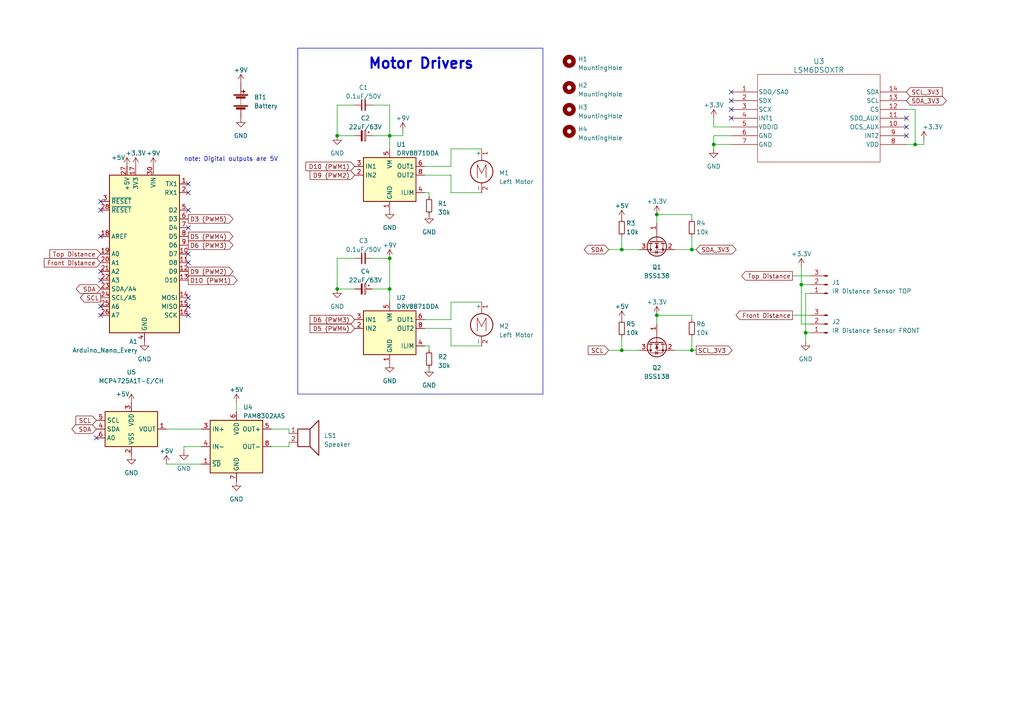
<source format=kicad_sch>
(kicad_sch (version 20230121) (generator eeschema)
  (paper "A4")
  (lib_symbols
    (symbol "2023-05-29_21-13-04:LSM6DSOXTR" (pin_names (offset 0.254))
      (property "Reference" "U" (at 25.4 10.16 0))
      (property "Value" "LSM6DSOXTR" (at 25.4 7.62 0))
      (symbol "LSM6DSOXTR_0_1"
        (polyline (pts (xy 7.62 -20.32) (xy 43.18 -20.32)) (stroke (width 0.127)))
        (polyline (pts (xy 7.62 5.08) (xy 7.62 -20.32)) (stroke (width 0.127)))
        (polyline (pts (xy 43.18 -20.32) (xy 43.18 5.08)) (stroke (width 0.127)))
        (polyline (pts (xy 43.18 5.08) (xy 7.62 5.08)) (stroke (width 0.127)))
        (pin output line (at 0 0 0) (length 7.62) (name "SDO/SA0") (number "1"))
        (pin unspecified line (at 50.8 -10.16 180) (length 7.62) (name "OCS_AUX") (number "10"))
        (pin unspecified line (at 50.8 -7.62 180) (length 7.62) (name "SDO_AUX") (number "11"))
        (pin unspecified line (at 50.8 -5.08 180) (length 7.62) (name "CS") (number "12"))
        (pin unspecified line (at 50.8 -2.54 180) (length 7.62) (name "SCL") (number "13"))
        (pin input line (at 50.8 0 180) (length 7.62) (name "SDA") (number "14"))
        (pin bidirectional line (at 0 -2.54 0) (length 7.62) (name "SDX") (number "2"))
        (pin bidirectional line (at 0 -5.08 0) (length 7.62) (name "SCX") (number "3"))
        (pin input line (at 0 -7.62 0) (length 7.62) (name "INT1") (number "4"))
        (pin power_in line (at 0 -10.16 0) (length 7.62) (name "VDDIO") (number "5"))
        (pin power_out line (at 0 -12.7 0) (length 7.62) (name "GND") (number "6"))
        (pin power_out line (at 0 -15.24 0) (length 7.62) (name "GND") (number "7"))
        (pin power_in line (at 50.8 -15.24 180) (length 7.62) (name "VDD") (number "8"))
        (pin input line (at 50.8 -12.7 180) (length 7.62) (name "INT2") (number "9"))
      )
    )
    (symbol "Amplifier_Audio:PAM8302AAS"
      (property "Reference" "U" (at 7.62 11.43 0))
      (property "Value" "PAM8302AAS" (at 7.62 8.89 0))
      (symbol "PAM8302AAS_0_1"
        (rectangle (start -7.62 7.62) (end 7.62 -7.62) (stroke (width 0.254)) (fill (type background)))
      )
      (symbol "PAM8302AAS_1_1"
        (pin input line (at -10.16 -5.08 0) (length 2.54) (name "~{SD}") (number "1"))
        (pin no_connect line (at 7.62 -5.08 180) (length 2.54) hide (name "NC") (number "2"))
        (pin input line (at -10.16 5.08 0) (length 2.54) (name "IN+") (number "3"))
        (pin input line (at -10.16 0 0) (length 2.54) (name "IN-") (number "4"))
        (pin output line (at 10.16 5.08 180) (length 2.54) (name "OUT+") (number "5"))
        (pin power_in line (at 0 10.16 270) (length 2.54) (name "VDD") (number "6"))
        (pin power_in line (at 0 -10.16 90) (length 2.54) (name "GND") (number "7"))
        (pin output line (at 10.16 0 180) (length 2.54) (name "OUT-") (number "8"))
      )
    )
    (symbol "Analog_DAC:MCP4725xxx-xCH"
      (property "Reference" "U" (at -6.35 6.35 0))
      (property "Value" "MCP4725xxx-xCH" (at 8.89 6.35 0))
      (symbol "MCP4725xxx-xCH_0_1"
        (rectangle (start -7.62 5.08) (end 7.62 -5.08) (stroke (width 0.254)) (fill (type background)))
      )
      (symbol "MCP4725xxx-xCH_1_1"
        (pin output line (at 10.16 0 180) (length 2.54) (name "VOUT") (number "1"))
        (pin power_in line (at 0 -7.62 90) (length 2.54) (name "VSS") (number "2"))
        (pin power_in line (at 0 7.62 270) (length 2.54) (name "VDD") (number "3"))
        (pin bidirectional line (at -10.16 0 0) (length 2.54) (name "SDA") (number "4"))
        (pin input line (at -10.16 2.54 0) (length 2.54) (name "SCL") (number "5"))
        (pin input line (at -10.16 -2.54 0) (length 2.54) (name "A0") (number "6"))
      )
    )
    (symbol "Connector:Conn_01x03_Pin" (pin_names (offset 1.016) hide)
      (property "Reference" "J" (at 0 5.08 0))
      (property "Value" "Conn_01x03_Pin" (at 0 -5.08 0))
      (symbol "Conn_01x03_Pin_1_1"
        (polyline (pts (xy 1.27 -2.54) (xy 0.8636 -2.54)) (stroke (width 0.1524)))
        (polyline (pts (xy 1.27 0) (xy 0.8636 0)) (stroke (width 0.1524)))
        (polyline (pts (xy 1.27 2.54) (xy 0.8636 2.54)) (stroke (width 0.1524)))
        (rectangle (start 0.8636 -2.413) (end 0 -2.667) (stroke (width 0.1524)) (fill (type outline)))
        (rectangle (start 0.8636 0.127) (end 0 -0.127) (stroke (width 0.1524)) (fill (type outline)))
        (rectangle (start 0.8636 2.667) (end 0 2.413) (stroke (width 0.1524)) (fill (type outline)))
        (pin passive line (at 5.08 2.54 180) (length 3.81) (name "Pin_1") (number "1"))
        (pin passive line (at 5.08 0 180) (length 3.81) (name "Pin_2") (number "2"))
        (pin passive line (at 5.08 -2.54 180) (length 3.81) (name "Pin_3") (number "3"))
      )
    )
    (symbol "Device:Battery" (pin_numbers hide) (pin_names (offset 0) hide)
      (property "Reference" "BT" (at 2.54 2.54 0))
      (property "Value" "Battery" (at 2.54 0 0))
      (symbol "Battery_0_1"
        (rectangle (start -2.032 -1.397) (end 2.032 -1.651) (fill (type outline)))
        (rectangle (start -2.032 1.778) (end 2.032 1.524) (fill (type outline)))
        (rectangle (start -1.3208 -1.9812) (end 1.27 -2.4892) (fill (type outline)))
        (rectangle (start -1.3208 1.1938) (end 1.27 0.6858) (fill (type outline)))
        (polyline (pts (xy 0 -1.524) (xy 0 -1.27)))
        (polyline (pts (xy 0 -1.016) (xy 0 -0.762)))
        (polyline (pts (xy 0 -0.508) (xy 0 -0.254)))
        (polyline (pts (xy 0 0) (xy 0 0.254)))
        (polyline (pts (xy 0 0.508) (xy 0 0.762)))
        (polyline (pts (xy 0 1.778) (xy 0 2.54)))
        (polyline (pts (xy 0.254 2.667) (xy 1.27 2.667)) (stroke (width 0.254)))
        (polyline (pts (xy 0.762 3.175) (xy 0.762 2.159)) (stroke (width 0.254)))
      )
      (symbol "Battery_1_1"
        (pin passive line (at 0 5.08 270) (length 2.54) (name "+") (number "1"))
        (pin passive line (at 0 -5.08 90) (length 2.54) (name "-") (number "2"))
      )
    )
    (symbol "Device:C_Polarized_Small" (pin_numbers hide) (pin_names (offset 0.254) hide)
      (property "Reference" "C" (at 0.254 1.778 0))
      (property "Value" "C_Polarized_Small" (at 0.254 -2.032 0))
      (symbol "C_Polarized_Small_0_1"
        (rectangle (start -1.524 -0.3048) (end 1.524 -0.6858) (fill (type outline)))
        (rectangle (start -1.524 0.6858) (end 1.524 0.3048))
        (polyline (pts (xy -1.27 1.524) (xy -0.762 1.524)))
        (polyline (pts (xy -1.016 1.27) (xy -1.016 1.778)))
      )
      (symbol "C_Polarized_Small_1_1"
        (pin passive line (at 0 2.54 270) (length 1.8542) (name "~") (number "1"))
        (pin passive line (at 0 -2.54 90) (length 1.8542) (name "~") (number "2"))
      )
    )
    (symbol "Device:C_Small" (pin_numbers hide) (pin_names (offset 0.254) hide)
      (property "Reference" "C" (at 0.254 1.778 0))
      (property "Value" "C_Small" (at 0.254 -2.032 0))
      (symbol "C_Small_0_1"
        (polyline (pts (xy -1.524 -0.508) (xy 1.524 -0.508)) (stroke (width 0.3302)))
        (polyline (pts (xy -1.524 0.508) (xy 1.524 0.508)) (stroke (width 0.3048)))
      )
      (symbol "C_Small_1_1"
        (pin passive line (at 0 2.54 270) (length 2.032) (name "~") (number "1"))
        (pin passive line (at 0 -2.54 90) (length 2.032) (name "~") (number "2"))
      )
    )
    (symbol "Device:R_Small" (pin_numbers hide) (pin_names (offset 0.254) hide)
      (property "Reference" "R" (at 0.762 0.508 0))
      (property "Value" "R_Small" (at 0.762 -1.016 0))
      (symbol "R_Small_0_1"
        (rectangle (start -0.762 1.778) (end 0.762 -1.778) (stroke (width 0.2032)))
      )
      (symbol "R_Small_1_1"
        (pin passive line (at 0 2.54 270) (length 0.762) (name "~") (number "1"))
        (pin passive line (at 0 -2.54 90) (length 0.762) (name "~") (number "2"))
      )
    )
    (symbol "Device:Speaker" (pin_names (offset 0) hide)
      (property "Reference" "LS" (at 1.27 5.715 0))
      (property "Value" "Speaker" (at 1.27 3.81 0))
      (symbol "Speaker_0_0"
        (rectangle (start -2.54 1.27) (end 1.016 -3.81) (stroke (width 0.254)))
        (polyline (pts (xy 1.016 1.27) (xy 3.556 3.81) (xy 3.556 -6.35) (xy 1.016 -3.81)) (stroke (width 0.254)))
      )
      (symbol "Speaker_1_1"
        (pin input line (at -5.08 0 0) (length 2.54) (name "1") (number "1"))
        (pin input line (at -5.08 -2.54 0) (length 2.54) (name "2") (number "2"))
      )
    )
    (symbol "Driver_Motor:DRV8871DDA"
      (property "Reference" "U" (at -6.35 6.35 0))
      (property "Value" "DRV8871DDA" (at 8.89 6.35 0))
      (symbol "DRV8871DDA_0_1"
        (rectangle (start -7.62 5.08) (end 7.62 -7.62) (stroke (width 0.254)) (fill (type background)))
      )
      (symbol "DRV8871DDA_1_1"
        (pin power_in line (at 0 -10.16 90) (length 2.54) (name "GND") (number "1"))
        (pin input line (at -10.16 0 0) (length 2.54) (name "IN2") (number "2"))
        (pin input line (at -10.16 2.54 0) (length 2.54) (name "IN1") (number "3"))
        (pin passive line (at 10.16 -5.08 180) (length 2.54) (name "ILIM") (number "4"))
        (pin power_in line (at 0 7.62 270) (length 2.54) (name "VM") (number "5"))
        (pin output line (at 10.16 2.54 180) (length 2.54) (name "OUT1") (number "6"))
        (pin passive line (at 0 -10.16 90) (length 2.54) hide (name "GND") (number "7"))
        (pin output line (at 10.16 0 180) (length 2.54) (name "OUT2") (number "8"))
        (pin passive line (at 0 -10.16 90) (length 2.54) hide (name "GND") (number "9"))
      )
    )
    (symbol "MCU_Module:Arduino_Nano_Every"
      (property "Reference" "A" (at -10.16 23.495 0))
      (property "Value" "Arduino_Nano_Every" (at 5.08 -24.13 0))
      (symbol "Arduino_Nano_Every_0_1"
        (rectangle (start -10.16 22.86) (end 10.16 -22.86) (stroke (width 0.254)) (fill (type background)))
      )
      (symbol "Arduino_Nano_Every_1_1"
        (pin bidirectional line (at -12.7 20.32 0) (length 2.54) (name "TX1") (number "1"))
        (pin bidirectional line (at -12.7 0 0) (length 2.54) (name "D7") (number "10"))
        (pin bidirectional line (at -12.7 -2.54 0) (length 2.54) (name "D8") (number "11"))
        (pin bidirectional line (at -12.7 -5.08 0) (length 2.54) (name "D9") (number "12"))
        (pin bidirectional line (at -12.7 -7.62 0) (length 2.54) (name "D10") (number "13"))
        (pin bidirectional line (at -12.7 -12.7 0) (length 2.54) (name "MOSI") (number "14"))
        (pin bidirectional line (at -12.7 -15.24 0) (length 2.54) (name "MISO") (number "15"))
        (pin bidirectional line (at -12.7 -17.78 0) (length 2.54) (name "SCK") (number "16"))
        (pin power_out line (at 2.54 25.4 270) (length 2.54) (name "3V3") (number "17"))
        (pin input line (at 12.7 5.08 180) (length 2.54) (name "AREF") (number "18"))
        (pin bidirectional line (at 12.7 0 180) (length 2.54) (name "A0") (number "19"))
        (pin bidirectional line (at -12.7 17.78 0) (length 2.54) (name "RX1") (number "2"))
        (pin bidirectional line (at 12.7 -2.54 180) (length 2.54) (name "A1") (number "20"))
        (pin bidirectional line (at 12.7 -5.08 180) (length 2.54) (name "A2") (number "21"))
        (pin bidirectional line (at 12.7 -7.62 180) (length 2.54) (name "A3") (number "22"))
        (pin bidirectional line (at 12.7 -10.16 180) (length 2.54) (name "SDA/A4") (number "23"))
        (pin bidirectional line (at 12.7 -12.7 180) (length 2.54) (name "SCL/A5") (number "24"))
        (pin bidirectional line (at 12.7 -15.24 180) (length 2.54) (name "A6") (number "25"))
        (pin bidirectional line (at 12.7 -17.78 180) (length 2.54) (name "A7") (number "26"))
        (pin power_out line (at 5.08 25.4 270) (length 2.54) (name "+5V") (number "27"))
        (pin input line (at 12.7 12.7 180) (length 2.54) (name "~{RESET}") (number "28"))
        (pin passive line (at 0 -25.4 90) (length 2.54) hide (name "GND") (number "29"))
        (pin input line (at 12.7 15.24 180) (length 2.54) (name "~{RESET}") (number "3"))
        (pin power_in line (at -2.54 25.4 270) (length 2.54) (name "VIN") (number "30"))
        (pin power_in line (at 0 -25.4 90) (length 2.54) (name "GND") (number "4"))
        (pin bidirectional line (at -12.7 12.7 0) (length 2.54) (name "D2") (number "5"))
        (pin bidirectional line (at -12.7 10.16 0) (length 2.54) (name "D3") (number "6"))
        (pin bidirectional line (at -12.7 7.62 0) (length 2.54) (name "D4") (number "7"))
        (pin bidirectional line (at -12.7 5.08 0) (length 2.54) (name "D5") (number "8"))
        (pin bidirectional line (at -12.7 2.54 0) (length 2.54) (name "D6") (number "9"))
      )
    )
    (symbol "Mechanical:MountingHole" (pin_names (offset 1.016))
      (property "Reference" "H" (at 0 5.08 0))
      (property "Value" "MountingHole" (at 0 3.175 0))
      (symbol "MountingHole_0_1"
        (circle (center 0 0) (radius 1.27) (stroke (width 1.27)))
      )
    )
    (symbol "Motor:Motor_DC" (pin_names (offset 0))
      (property "Reference" "M" (at 2.54 2.54 0))
      (property "Value" "Motor_DC" (at 2.54 -5.08 0))
      (symbol "Motor_DC_0_0"
        (polyline (pts (xy -1.27 -3.302) (xy -1.27 0.508) (xy 0 -2.032) (xy 1.27 0.508) (xy 1.27 -3.302)))
      )
      (symbol "Motor_DC_0_1"
        (circle (center 0 -1.524) (radius 3.2512) (stroke (width 0.254)))
        (polyline (pts (xy 0 -7.62) (xy 0 -7.112)))
        (polyline (pts (xy 0 -4.7752) (xy 0 -5.1816)))
        (polyline (pts (xy 0 1.7272) (xy 0 2.0828)))
        (polyline (pts (xy 0 2.032) (xy 0 2.54)))
      )
      (symbol "Motor_DC_1_1"
        (pin passive line (at 0 5.08 270) (length 2.54) (name "+") (number "1"))
        (pin passive line (at 0 -7.62 90) (length 2.54) (name "-") (number "2"))
      )
    )
    (symbol "Transistor_FET:BSS138" (pin_names hide)
      (property "Reference" "Q" (at 5.08 1.905 0))
      (property "Value" "BSS138" (at 5.08 0 0))
      (symbol "BSS138_0_1"
        (polyline (pts (xy 0.254 0) (xy -2.54 0)))
        (polyline (pts (xy 0.254 1.905) (xy 0.254 -1.905)) (stroke (width 0.254)))
        (polyline (pts (xy 0.762 -1.27) (xy 0.762 -2.286)) (stroke (width 0.254)))
        (polyline (pts (xy 0.762 0.508) (xy 0.762 -0.508)) (stroke (width 0.254)))
        (polyline (pts (xy 0.762 2.286) (xy 0.762 1.27)) (stroke (width 0.254)))
        (polyline (pts (xy 2.54 2.54) (xy 2.54 1.778)))
        (polyline (pts (xy 2.54 -2.54) (xy 2.54 0) (xy 0.762 0)))
        (polyline (pts (xy 0.762 -1.778) (xy 3.302 -1.778) (xy 3.302 1.778) (xy 0.762 1.778)))
        (polyline (pts (xy 1.016 0) (xy 2.032 0.381) (xy 2.032 -0.381) (xy 1.016 0)) (fill (type outline)))
        (polyline (pts (xy 2.794 0.508) (xy 2.921 0.381) (xy 3.683 0.381) (xy 3.81 0.254)))
        (polyline (pts (xy 3.302 0.381) (xy 2.921 -0.254) (xy 3.683 -0.254) (xy 3.302 0.381)))
        (circle (center 1.651 0) (radius 2.794) (stroke (width 0.254)))
        (circle (center 2.54 -1.778) (radius 0.254) (fill (type outline)))
        (circle (center 2.54 1.778) (radius 0.254) (fill (type outline)))
      )
      (symbol "BSS138_1_1"
        (pin input line (at -5.08 0 0) (length 2.54) (name "G") (number "1"))
        (pin passive line (at 2.54 -5.08 90) (length 2.54) (name "S") (number "2"))
        (pin passive line (at 2.54 5.08 270) (length 2.54) (name "D") (number "3"))
      )
    )
    (symbol "power:+3.3V" (power) (pin_names (offset 0))
      (property "Value" "+3.3V" (at 0 3.556 0))
      (symbol "+3.3V_0_1"
        (polyline (pts (xy -0.762 1.27) (xy 0 2.54)))
        (polyline (pts (xy 0 0) (xy 0 2.54)))
        (polyline (pts (xy 0 2.54) (xy 0.762 1.27)))
      )
      (symbol "+3.3V_1_1"
        (pin power_in line (at 0 0 90) (length 0) hide (name "+3.3V") (number "1"))
      )
    )
    (symbol "power:+5V" (power) (pin_names (offset 0))
      (property "Value" "+5V" (at 0 3.556 0))
      (symbol "+5V_0_1"
        (polyline (pts (xy -0.762 1.27) (xy 0 2.54)))
        (polyline (pts (xy 0 0) (xy 0 2.54)))
        (polyline (pts (xy 0 2.54) (xy 0.762 1.27)))
      )
      (symbol "+5V_1_1"
        (pin power_in line (at 0 0 90) (length 0) hide (name "+5V") (number "1"))
      )
    )
    (symbol "power:+9V" (power) (pin_names (offset 0))
      (property "Value" "+9V" (at 0 3.556 0))
      (symbol "+9V_0_1"
        (polyline (pts (xy -0.762 1.27) (xy 0 2.54)))
        (polyline (pts (xy 0 0) (xy 0 2.54)))
        (polyline (pts (xy 0 2.54) (xy 0.762 1.27)))
      )
      (symbol "+9V_1_1"
        (pin power_in line (at 0 0 90) (length 0) hide (name "+9V") (number "1"))
      )
    )
    (symbol "power:GND" (power) (pin_names (offset 0))
      (property "Value" "GND" (at 0 -3.81 0))
      (symbol "GND_0_1"
        (polyline (pts (xy 0 0) (xy 0 -1.27) (xy 1.27 -1.27) (xy 0 -2.54) (xy -1.27 -1.27) (xy 0 -1.27)))
      )
      (symbol "GND_1_1"
        (pin power_in line (at 0 0 270) (length 0) hide (name "GND") (number "1"))
      )
    )
  )
  (junction (at 97.79 83.82))
  (junction (at 180.34 72.39))
  (junction (at 200.66 101.6))
  (junction (at 207.01 41.91))
  (junction (at 232.41 82.55))
  (junction (at 265.43 41.91))
  (junction (at 97.79 39.37))
  (junction (at 233.68 96.52))
  (junction (at 200.66 72.39))
  (junction (at 113.03 39.37))
  (junction (at 113.03 83.82))
  (junction (at 190.5 62.23))
  (junction (at 113.03 74.93))
  (junction (at 190.5 91.44))
  (junction (at 180.34 101.6))
  (no_connect (at 262.89 39.37))
  (no_connect (at 29.21 81.28))
  (no_connect (at 54.61 53.34))
  (no_connect (at 54.61 66.04))
  (no_connect (at 212.09 26.67))
  (no_connect (at 54.61 60.96))
  (no_connect (at 29.21 91.44))
  (no_connect (at 29.21 78.74))
  (no_connect (at 54.61 91.44))
  (no_connect (at 262.89 34.29))
  (no_connect (at 212.09 29.21))
  (no_connect (at 54.61 76.2))
  (no_connect (at 54.61 55.88))
  (no_connect (at 212.09 31.75))
  (no_connect (at 212.09 34.29))
  (no_connect (at 27.94 127))
  (no_connect (at 54.61 88.9))
  (no_connect (at 29.21 60.96))
  (no_connect (at 262.89 36.83))
  (no_connect (at 54.61 86.36))
  (no_connect (at 29.21 88.9))
  (no_connect (at 54.61 73.66))
  (no_connect (at 29.21 58.42))
  (no_connect (at 29.21 68.58))
  (wire (pts (xy 124.46 100.33) (xy 124.46 101.6)))
  (wire (pts (xy 123.19 95.25) (xy 130.81 95.25)))
  (wire (pts (xy 232.41 93.98) (xy 232.41 82.55)))
  (wire (pts (xy 190.5 62.23) (xy 190.5 64.77)))
  (wire (pts (xy 123.19 50.8) (xy 130.81 50.8)))
  (wire (pts (xy 190.5 91.44) (xy 190.5 93.98)))
  (wire (pts (xy 265.43 31.75) (xy 265.43 41.91)))
  (wire (pts (xy 180.34 101.6) (xy 180.34 97.79)))
  (wire (pts (xy 212.09 36.83) (xy 207.01 36.83)))
  (wire (pts (xy 262.89 31.75) (xy 265.43 31.75)))
  (wire (pts (xy 130.81 100.33) (xy 130.81 95.25)))
  (wire (pts (xy 130.81 92.71) (xy 130.81 87.63)))
  (wire (pts (xy 123.19 92.71) (xy 130.81 92.71)))
  (wire (pts (xy 207.01 36.83) (xy 207.01 34.29)))
  (wire (pts (xy 130.81 48.26) (xy 130.81 43.18)))
  (wire (pts (xy 185.42 72.39) (xy 180.34 72.39)))
  (wire (pts (xy 48.26 134.62) (xy 58.42 134.62)))
  (wire (pts (xy 200.66 101.6) (xy 200.66 97.79)))
  (wire (pts (xy 195.58 101.6) (xy 200.66 101.6)))
  (wire (pts (xy 116.84 38.1) (xy 116.84 39.37)))
  (wire (pts (xy 234.95 96.52) (xy 233.68 96.52)))
  (wire (pts (xy 78.74 124.46) (xy 83.82 124.46)))
  (wire (pts (xy 200.66 101.6) (xy 201.93 101.6)))
  (wire (pts (xy 107.95 30.48) (xy 113.03 30.48)))
  (wire (pts (xy 97.79 30.48) (xy 97.79 39.37)))
  (wire (pts (xy 185.42 101.6) (xy 180.34 101.6)))
  (wire (pts (xy 233.68 96.52) (xy 233.68 99.06)))
  (wire (pts (xy 207.01 41.91) (xy 207.01 43.18)))
  (wire (pts (xy 180.34 72.39) (xy 180.34 68.58)))
  (wire (pts (xy 176.53 72.39) (xy 180.34 72.39)))
  (wire (pts (xy 200.66 72.39) (xy 201.93 72.39)))
  (wire (pts (xy 83.82 128.27) (xy 83.82 129.54)))
  (wire (pts (xy 232.41 82.55) (xy 234.95 82.55)))
  (wire (pts (xy 190.5 62.23) (xy 200.66 62.23)))
  (wire (pts (xy 200.66 92.71) (xy 200.66 91.44)))
  (wire (pts (xy 97.79 74.93) (xy 97.79 83.82)))
  (wire (pts (xy 265.43 41.91) (xy 267.97 41.91)))
  (wire (pts (xy 232.41 77.47) (xy 232.41 82.55)))
  (wire (pts (xy 200.66 72.39) (xy 200.66 68.58)))
  (wire (pts (xy 130.81 43.18) (xy 139.7 43.18)))
  (wire (pts (xy 267.97 41.91) (xy 267.97 40.64)))
  (wire (pts (xy 200.66 63.5) (xy 200.66 62.23)))
  (wire (pts (xy 58.42 129.54) (xy 53.34 129.54)))
  (wire (pts (xy 212.09 41.91) (xy 207.01 41.91)))
  (wire (pts (xy 97.79 83.82) (xy 102.87 83.82)))
  (wire (pts (xy 102.87 74.93) (xy 97.79 74.93)))
  (wire (pts (xy 48.26 124.46) (xy 58.42 124.46)))
  (wire (pts (xy 233.68 85.09) (xy 233.68 96.52)))
  (wire (pts (xy 139.7 55.88) (xy 130.81 55.88)))
  (wire (pts (xy 97.79 39.37) (xy 102.87 39.37)))
  (wire (pts (xy 113.03 74.93) (xy 113.03 83.82)))
  (wire (pts (xy 123.19 100.33) (xy 124.46 100.33)))
  (wire (pts (xy 124.46 55.88) (xy 124.46 57.15)))
  (wire (pts (xy 234.95 85.09) (xy 233.68 85.09)))
  (wire (pts (xy 190.5 91.44) (xy 200.66 91.44)))
  (wire (pts (xy 123.19 55.88) (xy 124.46 55.88)))
  (wire (pts (xy 262.89 41.91) (xy 265.43 41.91)))
  (wire (pts (xy 107.95 74.93) (xy 113.03 74.93)))
  (wire (pts (xy 195.58 72.39) (xy 200.66 72.39)))
  (wire (pts (xy 130.81 55.88) (xy 130.81 50.8)))
  (wire (pts (xy 116.84 39.37) (xy 113.03 39.37)))
  (wire (pts (xy 113.03 30.48) (xy 113.03 39.37)))
  (wire (pts (xy 68.58 116.84) (xy 68.58 119.38)))
  (wire (pts (xy 229.87 80.01) (xy 234.95 80.01)))
  (wire (pts (xy 113.03 83.82) (xy 113.03 87.63)))
  (wire (pts (xy 229.87 91.44) (xy 234.95 91.44)))
  (wire (pts (xy 107.95 39.37) (xy 113.03 39.37)))
  (wire (pts (xy 130.81 87.63) (xy 139.7 87.63)))
  (wire (pts (xy 53.34 129.54) (xy 53.34 130.81)))
  (wire (pts (xy 102.87 30.48) (xy 97.79 30.48)))
  (wire (pts (xy 207.01 39.37) (xy 207.01 41.91)))
  (wire (pts (xy 113.03 39.37) (xy 113.03 43.18)))
  (wire (pts (xy 107.95 83.82) (xy 113.03 83.82)))
  (wire (pts (xy 123.19 48.26) (xy 130.81 48.26)))
  (wire (pts (xy 234.95 93.98) (xy 232.41 93.98)))
  (wire (pts (xy 78.74 129.54) (xy 83.82 129.54)))
  (wire (pts (xy 212.09 39.37) (xy 207.01 39.37)))
  (wire (pts (xy 83.82 124.46) (xy 83.82 125.73)))
  (wire (pts (xy 139.7 100.33) (xy 130.81 100.33)))
  (wire (pts (xy 176.53 101.6) (xy 180.34 101.6)))
  (rectangle (start 86.36 13.97) (end 157.48 114.3))
  (text "Motor Drivers" (at 106.68 20.32 0) (effects (font (size 3 3) (thickness 0.6) bold) (justify left bottom)))
  (text "note: Digital outputs are 5V" (at 53.34 46.99 0) (effects (font (size 1.27 1.27)) (justify left bottom)))
  (global_label "Front Distance" (shape input) (at 29.21 76.2 180) (property "Intersheetrefs" "${INTERSHEET_REFS}" (effects hide)))
  (global_label "SCL" (shape input) (at 27.94 121.92 180) (property "Intersheetrefs" "${INTERSHEET_REFS}" (effects hide)))
  (global_label "Front Distance" (shape output) (at 229.87 91.44 180) (property "Intersheetrefs" "${INTERSHEET_REFS}" (effects hide)))
  (global_label "D9 (PWM2)" (shape output) (at 54.61 78.74 0) (property "Intersheetrefs" "${INTERSHEET_REFS}" (effects hide)))
  (global_label "D3 (PWM5)" (shape output) (at 54.61 63.5 0) (property "Intersheetrefs" "${INTERSHEET_REFS}" (effects hide)))
  (global_label "SCL_3V3" (shape input) (at 262.89 26.67 0) (property "Intersheetrefs" "${INTERSHEET_REFS}" (effects hide)))
  (global_label "Top Distance" (shape output) (at 229.87 80.01 180) (property "Intersheetrefs" "${INTERSHEET_REFS}" (effects hide)))
  (global_label "D10 (PWM1)" (shape input) (at 102.87 48.26 180) (property "Intersheetrefs" "${INTERSHEET_REFS}" (effects hide)))
  (global_label "SDA" (shape bidirectional) (at 176.53 72.39 180) (property "Intersheetrefs" "${INTERSHEET_REFS}" (effects hide)))
  (global_label "Top Distance" (shape input) (at 29.21 73.66 180) (property "Intersheetrefs" "${INTERSHEET_REFS}" (effects hide)))
  (global_label "D9 (PWM2)" (shape input) (at 102.87 50.8 180) (property "Intersheetrefs" "${INTERSHEET_REFS}" (effects hide)))
  (global_label "SCL" (shape output) (at 29.21 86.36 180) (property "Intersheetrefs" "${INTERSHEET_REFS}" (effects hide)))
  (global_label "SDA" (shape bidirectional) (at 29.21 83.82 180) (property "Intersheetrefs" "${INTERSHEET_REFS}" (effects hide)))
  (global_label "SCL_3V3" (shape output) (at 201.93 101.6 0) (property "Intersheetrefs" "${INTERSHEET_REFS}" (effects hide)))
  (global_label "SDA" (shape bidirectional) (at 27.94 124.46 180) (property "Intersheetrefs" "${INTERSHEET_REFS}" (effects hide)))
  (global_label "D5 (PWM4)" (shape input) (at 102.87 95.25 180) (property "Intersheetrefs" "${INTERSHEET_REFS}" (effects hide)))
  (global_label "D10 (PWM1)" (shape output) (at 54.61 81.28 0) (property "Intersheetrefs" "${INTERSHEET_REFS}" (effects hide)))
  (global_label "D6 (PWM3)" (shape input) (at 102.87 92.71 180) (property "Intersheetrefs" "${INTERSHEET_REFS}" (effects hide)))
  (global_label "SCL" (shape input) (at 176.53 101.6 180) (property "Intersheetrefs" "${INTERSHEET_REFS}" (effects hide)))
  (global_label "D5 (PWM4)" (shape output) (at 54.61 68.58 0) (property "Intersheetrefs" "${INTERSHEET_REFS}" (effects hide)))
  (global_label "D6 (PWM3)" (shape output) (at 54.61 71.12 0) (property "Intersheetrefs" "${INTERSHEET_REFS}" (effects hide)))
  (global_label "SDA_3V3" (shape bidirectional) (at 201.93 72.39 0) (property "Intersheetrefs" "${INTERSHEET_REFS}" (effects hide)))
  (global_label "SDA_3V3" (shape bidirectional) (at 262.89 29.21 0) (property "Intersheetrefs" "${INTERSHEET_REFS}" (effects hide)))
  (symbol (lib_id "power:+9V") (at 69.85 24.13 0) (unit 1)
    (property "Reference" "#PWR04" (effects hide))
    (property "Value" "+9V" (at 69.85 20.32 0))
  )
  (symbol (lib_id "Mechanical:MountingHole") (at 165.1 17.78 0) (unit 1)
    (property "Reference" "H1" (at 167.64 17.145 0) (effects (justify left)))
    (property "Value" "MountingHole" (at 167.64 19.685 0) (effects (justify left)))
    (property "Footprint" "MountingHole:MountingHole_3.2mm_M3" (effects hide))
  )
  (symbol (lib_id "power:+5V") (at 48.26 134.62 0) (unit 1)
    (property "Reference" "#PWR029" (effects hide))
    (property "Value" "+5V" (at 48.26 130.81 0))
  )
  (symbol (lib_id "power:+9V") (at 113.03 74.93 0) (unit 1)
    (property "Reference" "#PWR08" (effects hide))
    (property "Value" "+9V" (at 113.03 71.12 0))
  )
  (symbol (lib_id "Device:R_Small") (at 180.34 66.04 0) (unit 1)
    (property "Reference" "R3" (at 181.61 64.77 0) (effects (justify left)))
    (property "Value" "10k" (at 181.61 67.31 0) (effects (justify left)))
    (property "Footprint" "Resistor_SMD:R_0402_1005Metric" (effects hide))
  )
  (symbol (lib_id "power:+9V") (at 116.84 38.1 0) (unit 1)
    (property "Reference" "#PWR01" (effects hide))
    (property "Value" "+9V" (at 116.84 34.29 0))
  )
  (symbol (lib_id "Device:C_Small") (at 105.41 30.48 90) (unit 1)
    (property "Reference" "C1" (at 105.4163 25.4 90))
    (property "Value" "0.1uF/50V" (at 105.4163 27.94 90))
    (property "Footprint" "Capacitor_SMD:C_0402_1005Metric" (effects hide))
  )
  (symbol (lib_id "power:GND") (at 69.85 34.29 0) (unit 1)
    (property "Reference" "#PWR03" (effects hide))
    (property "Value" "GND" (at 69.85 39.37 0))
  )
  (symbol (lib_id "Device:R_Small") (at 124.46 59.69 0) (unit 1)
    (property "Reference" "R1" (at 127 59.055 0) (effects (justify left)))
    (property "Value" "30k" (at 127 61.595 0) (effects (justify left)))
    (property "Footprint" "Resistor_SMD:R_0402_1005Metric" (effects hide))
  )
  (symbol (lib_id "Device:R_Small") (at 180.34 95.25 0) (unit 1)
    (property "Reference" "R5" (at 181.61 93.98 0) (effects (justify left)))
    (property "Value" "10k" (at 181.61 96.52 0) (effects (justify left)))
    (property "Footprint" "Resistor_SMD:R_0402_1005Metric" (effects hide))
  )
  (symbol (lib_id "power:GND") (at 68.58 139.7 0) (unit 1)
    (property "Reference" "#PWR028" (effects hide))
    (property "Value" "GND" (at 68.58 144.78 0))
  )
  (symbol (lib_id "power:+3.3V") (at 190.5 91.44 0) (unit 1)
    (property "Reference" "#PWR018" (effects hide))
    (property "Value" "+3.3V" (at 190.5 87.63 0))
  )
  (symbol (lib_id "power:+5V") (at 36.83 48.26 0) (unit 1)
    (property "Reference" "#PWR013" (effects hide))
    (property "Value" "+5V" (at 34.29 45.72 0))
  )
  (symbol (lib_id "power:GND") (at 41.91 99.06 0) (unit 1)
    (property "Reference" "#PWR012" (effects hide))
    (property "Value" "GND" (at 41.91 104.14 0))
  )
  (symbol (lib_id "Motor:Motor_DC") (at 139.7 92.71 0) (unit 1)
    (property "Reference" "M2" (at 144.78 94.615 0) (effects (justify left)))
    (property "Value" "Left Motor" (at 144.78 97.155 0) (effects (justify left)))
    (property "Footprint" "Connector_Wire:SolderWire-0.1sqmm_1x02_P3.6mm_D0.4mm_OD1mm" (effects hide))
  )
  (symbol (lib_id "power:GND") (at 113.03 105.41 0) (unit 1)
    (property "Reference" "#PWR09" (effects hide))
    (property "Value" "GND" (at 113.03 110.49 0))
  )
  (symbol (lib_id "power:GND") (at 113.03 60.96 0) (unit 1)
    (property "Reference" "#PWR02" (effects hide))
    (property "Value" "GND" (at 113.03 66.04 0))
  )
  (symbol (lib_id "Mechanical:MountingHole") (at 165.1 31.75 0) (unit 1)
    (property "Reference" "H3" (at 167.64 31.115 0) (effects (justify left)))
    (property "Value" "MountingHole" (at 167.64 33.655 0) (effects (justify left)))
    (property "Footprint" "MountingHole:MountingHole_3.2mm_M3" (effects hide))
  )
  (symbol (lib_id "Device:R_Small") (at 200.66 66.04 0) (unit 1)
    (property "Reference" "R4" (at 201.93 64.77 0) (effects (justify left)))
    (property "Value" "10k" (at 201.93 67.31 0) (effects (justify left)))
    (property "Footprint" "Resistor_SMD:R_0402_1005Metric" (effects hide))
  )
  (symbol (lib_id "power:+3.3V") (at 207.01 34.29 0) (unit 1)
    (property "Reference" "#PWR015" (effects hide))
    (property "Value" "+3.3V" (at 207.01 30.48 0))
  )
  (symbol (lib_id "power:GND") (at 207.01 43.18 0) (unit 1)
    (property "Reference" "#PWR016" (effects hide))
    (property "Value" "GND" (at 207.01 48.26 0))
  )
  (symbol (lib_id "Device:C_Polarized_Small") (at 105.41 83.82 270) (unit 1)
    (property "Reference" "C4" (at 105.9561 78.74 90))
    (property "Value" "22uF/63V" (at 105.9561 81.28 90))
    (property "Footprint" "Capacitor_SMD:CP_Elec_6.3x9.9" (effects hide))
  )
  (symbol (lib_id "Mechanical:MountingHole") (at 165.1 25.4 0) (unit 1)
    (property "Reference" "H2" (at 167.64 24.765 0) (effects (justify left)))
    (property "Value" "MountingHole" (at 167.64 27.305 0) (effects (justify left)))
    (property "Footprint" "MountingHole:MountingHole_3.2mm_M3" (effects hide))
  )
  (symbol (lib_id "Driver_Motor:DRV8871DDA") (at 113.03 50.8 0) (unit 1)
    (property "Reference" "U1" (at 114.9859 41.91 0) (effects (justify left)))
    (property "Value" "DRV8871DDA" (at 114.9859 44.45 0) (effects (justify left)))
    (property "Footprint" "Package_SO:Texas_HTSOP-8-1EP_3.9x4.9mm_P1.27mm_EP2.95x4.9mm_Mask2.4x3.1mm_ThermalVias" (effects hide))
    (property "Datasheet" "http://www.ti.com/lit/ds/symlink/drv8871.pdf" (effects hide))
  )
  (symbol (lib_id "power:+9V") (at 44.45 48.26 0) (unit 1)
    (property "Reference" "#PWR011" (effects hide))
    (property "Value" "+9V" (at 44.45 44.45 0))
  )
  (symbol (lib_id "MCU_Module:Arduino_Nano_Every") (at 41.91 73.66 0) (mirror y) (unit 1)
    (property "Reference" "A1" (at 39.9541 99.06 0) (effects (justify left)))
    (property "Value" "Arduino_Nano_Every" (at 39.9541 101.6 0) (effects (justify left)))
    (property "Footprint" "Module:Arduino_Nano" (effects hide))
    (property "Datasheet" "https://content.arduino.cc/assets/NANOEveryV3.0_sch.pdf" (effects hide))
  )
  (symbol (lib_id "power:GND") (at 53.34 130.81 0) (unit 1)
    (property "Reference" "#PWR025" (effects hide))
    (property "Value" "GND" (at 53.34 135.89 0))
  )
  (symbol (lib_id "Analog_DAC:MCP4725xxx-xCH") (at 38.1 124.46 0) (unit 1)
    (property "Reference" "U5" (at 38.1 107.95 0))
    (property "Value" "MCP4725A1T-E/CH" (at 38.1 110.49 0))
    (property "Footprint" "Package_TO_SOT_SMD:SOT-23-6" (effects hide))
    (property "Datasheet" "http://ww1.microchip.com/downloads/en/DeviceDoc/22039d.pdf" (effects hide))
  )
  (symbol (lib_id "power:+3.3V") (at 232.41 77.47 0) (unit 1)
    (property "Reference" "#PWR022" (effects hide))
    (property "Value" "+3.3V" (at 232.41 73.66 0))
  )
  (symbol (lib_id "power:GND") (at 124.46 62.23 0) (unit 1)
    (property "Reference" "#PWR06" (effects hide))
    (property "Value" "GND" (at 124.46 67.31 0))
  )
  (symbol (lib_id "Amplifier_Audio:PAM8302AAS") (at 68.58 129.54 0) (unit 1)
    (property "Reference" "U4" (at 70.5359 118.11 0) (effects (justify left)))
    (property "Value" "PAM8302AAS" (at 70.5359 120.65 0) (effects (justify left)))
    (property "Footprint" "Package_SO:MSOP-8_3x3mm_P0.65mm" (effects hide))
    (property "Datasheet" "https://www.diodes.com/assets/Datasheets/PAM8302A.pdf" (effects hide))
  )
  (symbol (lib_id "Connector:Conn_01x03_Pin") (at 240.03 93.98 180) (unit 1)
    (property "Reference" "J2" (at 241.3 93.345 0) (effects (justify right)))
    (property "Value" "IR Distance Sensor FRONT" (at 241.3 95.885 0) (effects (justify right)))
    (property "Footprint" "Connector_JST:JST_SUR_SM03B-SURS-TF_1x03-1MP_P0.80mm_Horizontal" (effects hide))
  )
  (symbol (lib_id "Device:Speaker") (at 88.9 125.73 0) (unit 1)
    (property "Reference" "LS1" (at 93.98 126.365 0) (effects (justify left)))
    (property "Value" "Speaker" (at 93.98 128.905 0) (effects (justify left)))
    (property "Footprint" "Connector_JST:JST_SUR_SM03B-SURS-TF_1x03-1MP_P0.80mm_Horizontal" (effects hide))
  )
  (symbol (lib_id "power:GND") (at 233.68 99.06 0) (unit 1)
    (property "Reference" "#PWR023" (effects hide))
    (property "Value" "GND" (at 233.68 104.14 0))
  )
  (symbol (lib_id "power:+5V") (at 180.34 63.5 0) (unit 1)
    (property "Reference" "#PWR019" (effects hide))
    (property "Value" "+5V" (at 180.34 59.69 0))
  )
  (symbol (lib_id "power:+5V") (at 38.1 116.84 0) (unit 1)
    (property "Reference" "#PWR026" (effects hide))
    (property "Value" "+5V" (at 35.56 114.3 0))
  )
  (symbol (lib_id "Driver_Motor:DRV8871DDA") (at 113.03 95.25 0) (unit 1)
    (property "Reference" "U2" (at 114.9859 86.36 0) (effects (justify left)))
    (property "Value" "DRV8871DDA" (at 114.9859 88.9 0) (effects (justify left)))
    (property "Footprint" "Package_SO:Texas_HTSOP-8-1EP_3.9x4.9mm_P1.27mm_EP2.95x4.9mm_Mask2.4x3.1mm_ThermalVias" (effects hide))
    (property "Datasheet" "http://www.ti.com/lit/ds/symlink/drv8871.pdf" (effects hide))
  )
  (symbol (lib_id "Device:R_Small") (at 200.66 95.25 0) (unit 1)
    (property "Reference" "R6" (at 201.93 93.98 0) (effects (justify left)))
    (property "Value" "10k" (at 201.93 96.52 0) (effects (justify left)))
    (property "Footprint" "Resistor_SMD:R_0402_1005Metric" (effects hide))
  )
  (symbol (lib_id "Mechanical:MountingHole") (at 165.1 38.1 0) (unit 1)
    (property "Reference" "H4" (at 167.64 37.465 0) (effects (justify left)))
    (property "Value" "MountingHole" (at 167.64 40.005 0) (effects (justify left)))
    (property "Footprint" "MountingHole:MountingHole_3.2mm_M3" (effects hide))
  )
  (symbol (lib_id "power:+5V") (at 68.58 116.84 0) (unit 1)
    (property "Reference" "#PWR027" (effects hide))
    (property "Value" "+5V" (at 68.58 113.03 0))
  )
  (symbol (lib_id "Transistor_FET:BSS138") (at 190.5 69.85 90) (mirror x) (unit 1)
    (property "Reference" "Q1" (at 190.5 77.47 90))
    (property "Value" "BSS138" (at 190.5 80.01 90))
    (property "Footprint" "Package_TO_SOT_SMD:SOT-23" (effects hide))
    (property "Datasheet" "https://www.onsemi.com/pub/Collateral/BSS138-D.PDF" (effects hide))
  )
  (symbol (lib_id "Transistor_FET:BSS138") (at 190.5 99.06 90) (mirror x) (unit 1)
    (property "Reference" "Q2" (at 190.5 106.68 90))
    (property "Value" "BSS138" (at 190.5 109.22 90))
    (property "Footprint" "Package_TO_SOT_SMD:SOT-23" (effects hide))
    (property "Datasheet" "https://www.onsemi.com/pub/Collateral/BSS138-D.PDF" (effects hide))
  )
  (symbol (lib_id "power:+3.3V") (at 267.97 40.64 0) (unit 1)
    (property "Reference" "#PWR014" (effects hide))
    (property "Value" "+3.3V" (at 270.51 36.83 0))
  )
  (symbol (lib_id "power:GND") (at 97.79 83.82 0) (unit 1)
    (property "Reference" "#PWR07" (effects hide))
    (property "Value" "GND" (at 97.79 88.9 0))
  )
  (symbol (lib_id "power:+3.3V") (at 39.37 48.26 0) (unit 1)
    (property "Reference" "#PWR021" (effects hide))
    (property "Value" "+3.3V" (at 39.37 44.45 0))
  )
  (symbol (lib_id "Device:C_Small") (at 105.41 74.93 90) (unit 1)
    (property "Reference" "C3" (at 105.4163 69.85 90))
    (property "Value" "0.1uF/50V" (at 105.4163 72.39 90))
    (property "Footprint" "Capacitor_SMD:C_0402_1005Metric" (effects hide))
  )
  (symbol (lib_id "Device:Battery") (at 69.85 29.21 0) (unit 1)
    (property "Reference" "BT1" (at 73.66 28.194 0) (effects (justify left)))
    (property "Value" "Battery" (at 73.66 30.734 0) (effects (justify left)))
    (property "Footprint" "Connector_Wire:SolderWire-1sqmm_1x02_P5.4mm_D1.4mm_OD2.7mm_Relief" (effects hide))
  )
  (symbol (lib_id "Connector:Conn_01x03_Pin") (at 240.03 82.55 180) (unit 1)
    (property "Reference" "J1" (at 241.3 81.915 0) (effects (justify right)))
    (property "Value" "IR Distance Sensor TOP" (at 241.3 84.455 0) (effects (justify right)))
    (property "Footprint" "Connector_JST:JST_SUR_BM03B-SURS-TF_1x03-1MP_P0.80mm_Vertical" (effects hide))
  )
  (symbol (lib_id "Device:C_Polarized_Small") (at 105.41 39.37 270) (unit 1)
    (property "Reference" "C2" (at 105.9561 34.29 90))
    (property "Value" "22uF/63V" (at 105.9561 36.83 90))
    (property "Footprint" "Capacitor_SMD:CP_Elec_6.3x9.9" (effects hide))
  )
  (symbol (lib_id "Device:R_Small") (at 124.46 104.14 0) (unit 1)
    (property "Reference" "R2" (at 127 103.505 0) (effects (justify left)))
    (property "Value" "30k" (at 127 106.045 0) (effects (justify left)))
    (property "Footprint" "Resistor_SMD:R_0402_1005Metric" (effects hide))
  )
  (symbol (lib_id "power:GND") (at 38.1 132.08 0) (unit 1)
    (property "Reference" "#PWR024" (effects hide))
    (property "Value" "GND" (at 38.1 137.16 0))
  )
  (symbol (lib_id "power:GND") (at 124.46 106.68 0) (unit 1)
    (property "Reference" "#PWR010" (effects hide))
    (property "Value" "GND" (at 124.46 111.76 0))
  )
  (symbol (lib_id "power:GND") (at 97.79 39.37 0) (unit 1)
    (property "Reference" "#PWR05" (effects hide))
    (property "Value" "GND" (at 97.79 44.45 0))
  )
  (symbol (lib_id "power:+5V") (at 180.34 92.71 0) (unit 1)
    (property "Reference" "#PWR020" (effects hide))
    (property "Value" "+5V" (at 180.34 88.9 0))
  )
  (symbol (lib_id "Motor:Motor_DC") (at 139.7 48.26 0) (unit 1)
    (property "Reference" "M1" (at 144.78 50.165 0) (effects (justify left)))
    (property "Value" "Left Motor" (at 144.78 52.705 0) (effects (justify left)))
    (property "Footprint" "Connector_Wire:SolderWire-0.1sqmm_1x02_P3.6mm_D0.4mm_OD1mm" (effects hide))
  )
  (symbol (lib_id "2023-05-29_21-13-04:LSM6DSOXTR") (at 212.09 26.67 0) (unit 1)
    (property "Reference" "U3" (at 237.49 17.78 0) (effects (font (size 1.524 1.524))))
    (property "Value" "LSM6DSOXTR" (at 237.49 20.32 0) (effects (font (size 1.524 1.524))))
    (property "Footprint" "2023-05-29_21-13-04:LGA-14L_STM" (effects hide))
    (property "Datasheet" "LSM6DSOXTR" (effects hide))
  )
  (symbol (lib_id "power:+3.3V") (at 190.5 62.23 0) (unit 1)
    (property "Reference" "#PWR017" (effects hide))
    (property "Value" "+3.3V" (at 190.5 58.42 0))
  )
)
</source>
